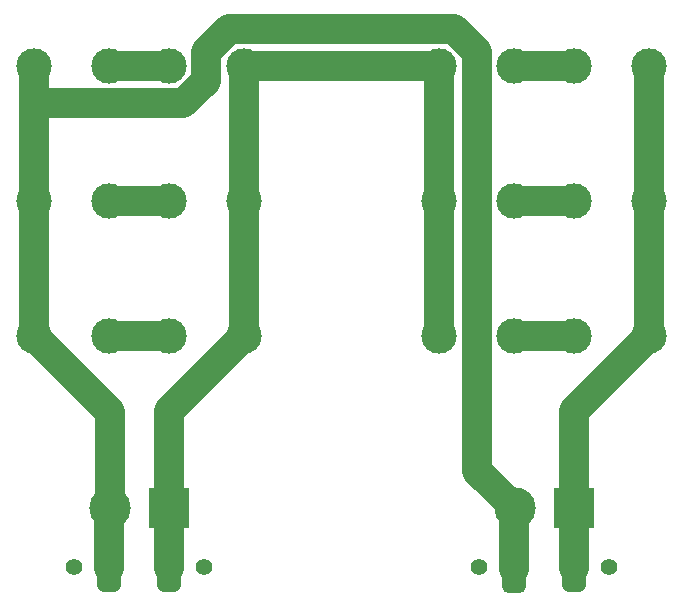
<source format=gbr>
%TF.GenerationSoftware,KiCad,Pcbnew,(5.1.9)-1*%
%TF.CreationDate,2021-11-05T14:11:20+00:00*%
%TF.ProjectId,Halogen discharger,48616c6f-6765-46e2-9064-697363686172,rev?*%
%TF.SameCoordinates,Original*%
%TF.FileFunction,Copper,L1,Top*%
%TF.FilePolarity,Positive*%
%FSLAX46Y46*%
G04 Gerber Fmt 4.6, Leading zero omitted, Abs format (unit mm)*
G04 Created by KiCad (PCBNEW (5.1.9)-1) date 2021-11-05 14:11:20*
%MOMM*%
%LPD*%
G01*
G04 APERTURE LIST*
%TA.AperFunction,ComponentPad*%
%ADD10C,3.000000*%
%TD*%
%TA.AperFunction,ComponentPad*%
%ADD11C,3.500000*%
%TD*%
%TA.AperFunction,ComponentPad*%
%ADD12R,3.500000X3.500000*%
%TD*%
%TA.AperFunction,ComponentPad*%
%ADD13C,1.400000*%
%TD*%
%TA.AperFunction,Conductor*%
%ADD14C,2.500000*%
%TD*%
G04 APERTURE END LIST*
D10*
%TO.P,LA10,2*%
%TO.N,Net-(LA10-Pad2)*%
X142875000Y-110490000D03*
%TO.P,LA10,1*%
%TO.N,Net-(J1-Pad1)*%
X149225000Y-110490000D03*
%TD*%
%TO.P,LA9,2*%
%TO.N,Net-(J1-Pad2)*%
X131445000Y-110490000D03*
%TO.P,LA9,1*%
%TO.N,Net-(LA10-Pad2)*%
X137795000Y-110490000D03*
%TD*%
%TO.P,LA12,2*%
%TO.N,Net-(LA11-Pad1)*%
X177165000Y-110490000D03*
%TO.P,LA12,1*%
%TO.N,Net-(J2-Pad1)*%
X183515000Y-110490000D03*
%TD*%
%TO.P,LA11,2*%
%TO.N,Net-(J1-Pad1)*%
X165735000Y-110490000D03*
%TO.P,LA11,1*%
%TO.N,Net-(LA11-Pad1)*%
X172085000Y-110490000D03*
%TD*%
%TO.P,LA8,2*%
%TO.N,Net-(LA7-Pad1)*%
X177165000Y-121920000D03*
%TO.P,LA8,1*%
%TO.N,Net-(J2-Pad1)*%
X183515000Y-121920000D03*
%TD*%
%TO.P,LA7,2*%
%TO.N,Net-(J1-Pad1)*%
X165735000Y-121920000D03*
%TO.P,LA7,1*%
%TO.N,Net-(LA7-Pad1)*%
X172085000Y-121920000D03*
%TD*%
%TO.P,LA6,2*%
%TO.N,Net-(LA5-Pad1)*%
X142875000Y-121920000D03*
%TO.P,LA6,1*%
%TO.N,Net-(J1-Pad1)*%
X149225000Y-121920000D03*
%TD*%
%TO.P,LA5,2*%
%TO.N,Net-(J1-Pad2)*%
X131445000Y-121920000D03*
%TO.P,LA5,1*%
%TO.N,Net-(LA5-Pad1)*%
X137795000Y-121920000D03*
%TD*%
%TO.P,LA4,2*%
%TO.N,Net-(LA3-Pad1)*%
X177165000Y-133350000D03*
%TO.P,LA4,1*%
%TO.N,Net-(J2-Pad1)*%
X183515000Y-133350000D03*
%TD*%
%TO.P,LA3,2*%
%TO.N,Net-(J1-Pad1)*%
X165735000Y-133350000D03*
%TO.P,LA3,1*%
%TO.N,Net-(LA3-Pad1)*%
X172085000Y-133350000D03*
%TD*%
%TO.P,LA2,2*%
%TO.N,Net-(LA1-Pad1)*%
X142875000Y-133350000D03*
%TO.P,LA2,1*%
%TO.N,Net-(J1-Pad1)*%
X149225000Y-133350000D03*
%TD*%
%TO.P,LA1,2*%
%TO.N,Net-(J1-Pad2)*%
X131445000Y-133350000D03*
%TO.P,LA1,1*%
%TO.N,Net-(LA1-Pad1)*%
X137795000Y-133350000D03*
%TD*%
D11*
%TO.P,J2,2*%
%TO.N,Net-(J1-Pad2)*%
X172165000Y-147955000D03*
D12*
%TO.P,J2,1*%
%TO.N,Net-(J2-Pad1)*%
X177165000Y-147955000D03*
D13*
%TO.P,J2,*%
%TO.N,*%
X169165000Y-152955000D03*
X180165000Y-152955000D03*
%TD*%
D11*
%TO.P,J1,2*%
%TO.N,Net-(J1-Pad2)*%
X137875000Y-147955000D03*
D12*
%TO.P,J1,1*%
%TO.N,Net-(J1-Pad1)*%
X142875000Y-147955000D03*
D13*
%TO.P,J1,*%
%TO.N,*%
X134875000Y-152955000D03*
X145875000Y-152955000D03*
%TD*%
%TO.P,J6,1*%
%TO.N,Net-(J2-Pad1)*%
%TA.AperFunction,SMDPad,CuDef*%
G36*
G01*
X176165000Y-154535000D02*
X176165000Y-151535000D01*
G75*
G02*
X176665000Y-151035000I500000J0D01*
G01*
X177665000Y-151035000D01*
G75*
G02*
X178165000Y-151535000I0J-500000D01*
G01*
X178165000Y-154535000D01*
G75*
G02*
X177665000Y-155035000I-500000J0D01*
G01*
X176665000Y-155035000D01*
G75*
G02*
X176165000Y-154535000I0J500000D01*
G01*
G37*
%TD.AperFunction*%
%TD*%
%TO.P,J5,1*%
%TO.N,Net-(J1-Pad2)*%
%TA.AperFunction,SMDPad,CuDef*%
G36*
G01*
X171085000Y-154630000D02*
X171085000Y-151630000D01*
G75*
G02*
X171585000Y-151130000I500000J0D01*
G01*
X172585000Y-151130000D01*
G75*
G02*
X173085000Y-151630000I0J-500000D01*
G01*
X173085000Y-154630000D01*
G75*
G02*
X172585000Y-155130000I-500000J0D01*
G01*
X171585000Y-155130000D01*
G75*
G02*
X171085000Y-154630000I0J500000D01*
G01*
G37*
%TD.AperFunction*%
%TD*%
%TO.P,J4,1*%
%TO.N,Net-(J1-Pad1)*%
%TA.AperFunction,SMDPad,CuDef*%
G36*
G01*
X141875000Y-154535000D02*
X141875000Y-151535000D01*
G75*
G02*
X142375000Y-151035000I500000J0D01*
G01*
X143375000Y-151035000D01*
G75*
G02*
X143875000Y-151535000I0J-500000D01*
G01*
X143875000Y-154535000D01*
G75*
G02*
X143375000Y-155035000I-500000J0D01*
G01*
X142375000Y-155035000D01*
G75*
G02*
X141875000Y-154535000I0J500000D01*
G01*
G37*
%TD.AperFunction*%
%TD*%
%TO.P,J3,1*%
%TO.N,Net-(J1-Pad2)*%
%TA.AperFunction,SMDPad,CuDef*%
G36*
G01*
X136795000Y-154535000D02*
X136795000Y-151535000D01*
G75*
G02*
X137295000Y-151035000I500000J0D01*
G01*
X138295000Y-151035000D01*
G75*
G02*
X138795000Y-151535000I0J-500000D01*
G01*
X138795000Y-154535000D01*
G75*
G02*
X138295000Y-155035000I-500000J0D01*
G01*
X137295000Y-155035000D01*
G75*
G02*
X136795000Y-154535000I0J500000D01*
G01*
G37*
%TD.AperFunction*%
%TD*%
D14*
%TO.N,Net-(J1-Pad2)*%
X137875000Y-139780000D02*
X131445000Y-133350000D01*
X137875000Y-147955000D02*
X137875000Y-139780000D01*
X144084076Y-113665000D02*
X131445000Y-113665000D01*
X147940934Y-107389990D02*
X145975010Y-109355914D01*
X167019066Y-107389990D02*
X147940934Y-107389990D01*
X168984990Y-144774990D02*
X168984990Y-109355914D01*
X168984990Y-109355914D02*
X167019066Y-107389990D01*
X172165000Y-147955000D02*
X168984990Y-144774990D01*
X145975010Y-109355914D02*
X145975010Y-111774066D01*
X131445000Y-113665000D02*
X131445000Y-110490000D01*
X145975010Y-111774066D02*
X144084076Y-113665000D01*
X131445000Y-133350000D02*
X131445000Y-113665000D01*
X137795000Y-148035000D02*
X137875000Y-147955000D01*
X137795000Y-153035000D02*
X137795000Y-148035000D01*
X172085000Y-148035000D02*
X172165000Y-147955000D01*
X172085000Y-153130000D02*
X172085000Y-148035000D01*
%TO.N,Net-(J1-Pad1)*%
X149225000Y-110490000D02*
X149225000Y-133350000D01*
X149225000Y-110490000D02*
X165735000Y-110490000D01*
X165735000Y-133350000D02*
X165735000Y-110490000D01*
X142875000Y-139700000D02*
X149225000Y-133350000D01*
X142875000Y-147955000D02*
X142875000Y-139700000D01*
X142875000Y-153035000D02*
X142875000Y-147955000D01*
%TO.N,Net-(J2-Pad1)*%
X183515000Y-133350000D02*
X183515000Y-110490000D01*
X177165000Y-139700000D02*
X183515000Y-133350000D01*
X177165000Y-147955000D02*
X177165000Y-139700000D01*
X177165000Y-153035000D02*
X177165000Y-147955000D01*
%TO.N,Net-(LA1-Pad1)*%
X142875000Y-133350000D02*
X137795000Y-133350000D01*
%TO.N,Net-(LA3-Pad1)*%
X177165000Y-133350000D02*
X172085000Y-133350000D01*
%TO.N,Net-(LA5-Pad1)*%
X142875000Y-121920000D02*
X137795000Y-121920000D01*
%TO.N,Net-(LA7-Pad1)*%
X177165000Y-121920000D02*
X172085000Y-121920000D01*
%TO.N,Net-(LA10-Pad2)*%
X142875000Y-110490000D02*
X137795000Y-110490000D01*
%TO.N,Net-(LA11-Pad1)*%
X177165000Y-110490000D02*
X172085000Y-110490000D01*
%TD*%
M02*

</source>
